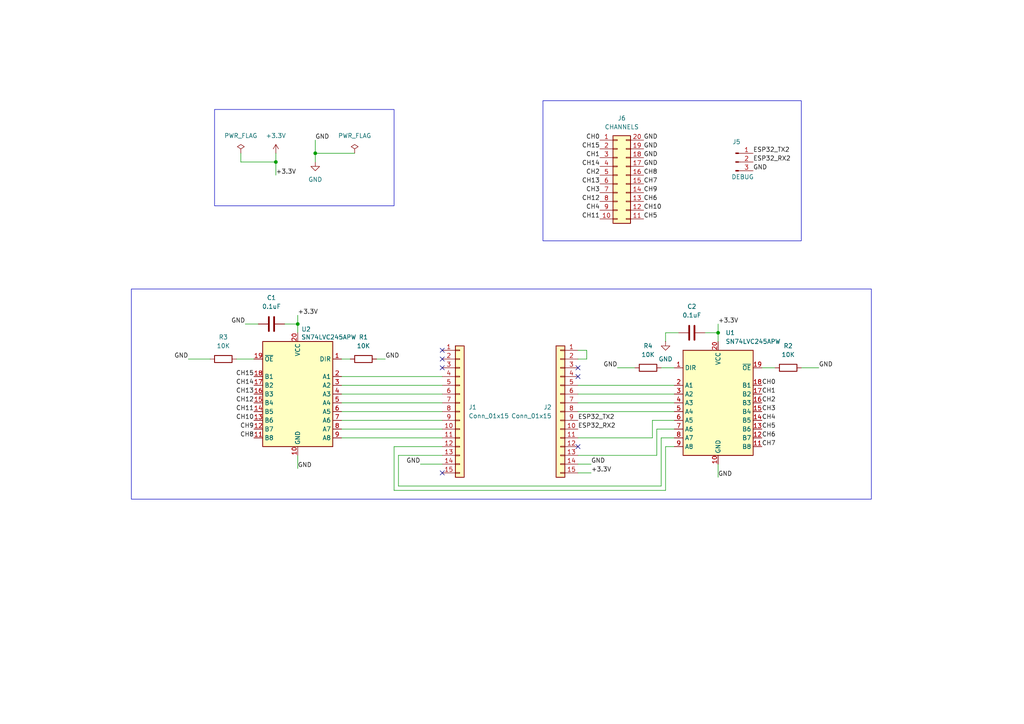
<source format=kicad_sch>
(kicad_sch (version 20250114) (generator "eeschema") (generator_version "9.0")
  (paper "A4")
  (title_block (title "ESP32 LogicAnalyzer") (date "2025-07-12") (rev "Rev1") (company "lmcapacho"))
  (lib_symbols
    (symbol "Connector:Conn_01x03_Pin" (pin_names (offset 1.016) (hide yes))
      (property "Reference" "J" (at 0 5.08 0))
      (property "Value" "Conn_01x03_Pin" (at 0 -5.08 0))
      (symbol "Conn_01x03_Pin_1_1"
        (rectangle (start 0.8636 2.667) (end 0 2.413) (stroke (width 0.1524)) (fill (type outline)))
        (rectangle (start 0.8636 0.127) (end 0 -0.127) (stroke (width 0.1524)) (fill (type outline)))
        (rectangle (start 0.8636 -2.413) (end 0 -2.667) (stroke (width 0.1524)) (fill (type outline)))
        (polyline (pts (xy 1.27 2.54) (xy 0.8636 2.54)) (stroke (width 0.1524)))
        (polyline (pts (xy 1.27 0) (xy 0.8636 0)) (stroke (width 0.1524)))
        (polyline (pts (xy 1.27 -2.54) (xy 0.8636 -2.54)) (stroke (width 0.1524)))
        (pin passive line (at 5.08 2.54 180) (length 3.81) (name "Pin_1") (number "1"))
        (pin passive line (at 5.08 0 180) (length 3.81) (name "Pin_2") (number "2"))
        (pin passive line (at 5.08 -2.54 180) (length 3.81) (name "Pin_3") (number "3"))
      )
    )
    (symbol "Connector_Generic:Conn_01x15" (pin_names (offset 1.016) (hide yes))
      (property "Reference" "J" (at 0 20.32 0))
      (property "Value" "Conn_01x15" (at 0 -20.32 0))
      (symbol "Conn_01x15_1_1"
        (rectangle (start -1.27 19.05) (end 1.27 -19.05) (stroke (width 0.254)) (fill (type background)))
        (rectangle (start -1.27 17.907) (end 0 17.653) (stroke (width 0.1524)))
        (rectangle (start -1.27 15.367) (end 0 15.113) (stroke (width 0.1524)))
        (rectangle (start -1.27 12.827) (end 0 12.573) (stroke (width 0.1524)))
        (rectangle (start -1.27 10.287) (end 0 10.033) (stroke (width 0.1524)))
        (rectangle (start -1.27 7.747) (end 0 7.493) (stroke (width 0.1524)))
        (rectangle (start -1.27 5.207) (end 0 4.953) (stroke (width 0.1524)))
        (rectangle (start -1.27 2.667) (end 0 2.413) (stroke (width 0.1524)))
        (rectangle (start -1.27 0.127) (end 0 -0.127) (stroke (width 0.1524)))
        (rectangle (start -1.27 -2.413) (end 0 -2.667) (stroke (width 0.1524)))
        (rectangle (start -1.27 -4.953) (end 0 -5.207) (stroke (width 0.1524)))
        (rectangle (start -1.27 -7.493) (end 0 -7.747) (stroke (width 0.1524)))
        (rectangle (start -1.27 -10.033) (end 0 -10.287) (stroke (width 0.1524)))
        (rectangle (start -1.27 -12.573) (end 0 -12.827) (stroke (width 0.1524)))
        (rectangle (start -1.27 -15.113) (end 0 -15.367) (stroke (width 0.1524)))
        (rectangle (start -1.27 -17.653) (end 0 -17.907) (stroke (width 0.1524)))
        (pin passive line (at -5.08 17.78 0) (length 3.81) (name "Pin_1") (number "1"))
        (pin passive line (at -5.08 15.24 0) (length 3.81) (name "Pin_2") (number "2"))
        (pin passive line (at -5.08 12.7 0) (length 3.81) (name "Pin_3") (number "3"))
        (pin passive line (at -5.08 10.16 0) (length 3.81) (name "Pin_4") (number "4"))
        (pin passive line (at -5.08 7.62 0) (length 3.81) (name "Pin_5") (number "5"))
        (pin passive line (at -5.08 5.08 0) (length 3.81) (name "Pin_6") (number "6"))
        (pin passive line (at -5.08 2.54 0) (length 3.81) (name "Pin_7") (number "7"))
        (pin passive line (at -5.08 0 0) (length 3.81) (name "Pin_8") (number "8"))
        (pin passive line (at -5.08 -2.54 0) (length 3.81) (name "Pin_9") (number "9"))
        (pin passive line (at -5.08 -5.08 0) (length 3.81) (name "Pin_10") (number "10"))
        (pin passive line (at -5.08 -7.62 0) (length 3.81) (name "Pin_11") (number "11"))
        (pin passive line (at -5.08 -10.16 0) (length 3.81) (name "Pin_12") (number "12"))
        (pin passive line (at -5.08 -12.7 0) (length 3.81) (name "Pin_13") (number "13"))
        (pin passive line (at -5.08 -15.24 0) (length 3.81) (name "Pin_14") (number "14"))
        (pin passive line (at -5.08 -17.78 0) (length 3.81) (name "Pin_15") (number "15"))
      )
    )
    (symbol "Connector_Generic:Conn_02x10_Counter_Clockwise" (pin_names (offset 1.016) (hide yes))
      (property "Reference" "J" (at 1.27 12.7 0))
      (property "Value" "Conn_02x10_Counter_Clockwise" (at 1.27 -15.24 0))
      (symbol "Conn_02x10_Counter_Clockwise_1_1"
        (rectangle (start -1.27 11.43) (end 3.81 -13.97) (stroke (width 0.254)) (fill (type background)))
        (rectangle (start -1.27 10.287) (end 0 10.033) (stroke (width 0.1524)))
        (rectangle (start -1.27 7.747) (end 0 7.493) (stroke (width 0.1524)))
        (rectangle (start -1.27 5.207) (end 0 4.953) (stroke (width 0.1524)))
        (rectangle (start -1.27 2.667) (end 0 2.413) (stroke (width 0.1524)))
        (rectangle (start -1.27 0.127) (end 0 -0.127) (stroke (width 0.1524)))
        (rectangle (start -1.27 -2.413) (end 0 -2.667) (stroke (width 0.1524)))
        (rectangle (start -1.27 -4.953) (end 0 -5.207) (stroke (width 0.1524)))
        (rectangle (start -1.27 -7.493) (end 0 -7.747) (stroke (width 0.1524)))
        (rectangle (start -1.27 -10.033) (end 0 -10.287) (stroke (width 0.1524)))
        (rectangle (start -1.27 -12.573) (end 0 -12.827) (stroke (width 0.1524)))
        (rectangle (start 3.81 10.287) (end 2.54 10.033) (stroke (width 0.1524)))
        (rectangle (start 3.81 7.747) (end 2.54 7.493) (stroke (width 0.1524)))
        (rectangle (start 3.81 5.207) (end 2.54 4.953) (stroke (width 0.1524)))
        (rectangle (start 3.81 2.667) (end 2.54 2.413) (stroke (width 0.1524)))
        (rectangle (start 3.81 0.127) (end 2.54 -0.127) (stroke (width 0.1524)))
        (rectangle (start 3.81 -2.413) (end 2.54 -2.667) (stroke (width 0.1524)))
        (rectangle (start 3.81 -4.953) (end 2.54 -5.207) (stroke (width 0.1524)))
        (rectangle (start 3.81 -7.493) (end 2.54 -7.747) (stroke (width 0.1524)))
        (rectangle (start 3.81 -10.033) (end 2.54 -10.287) (stroke (width 0.1524)))
        (rectangle (start 3.81 -12.573) (end 2.54 -12.827) (stroke (width 0.1524)))
        (pin passive line (at -5.08 10.16 0) (length 3.81) (name "Pin_1") (number "1"))
        (pin passive line (at -5.08 7.62 0) (length 3.81) (name "Pin_2") (number "2"))
        (pin passive line (at -5.08 5.08 0) (length 3.81) (name "Pin_3") (number "3"))
        (pin passive line (at -5.08 2.54 0) (length 3.81) (name "Pin_4") (number "4"))
        (pin passive line (at -5.08 0 0) (length 3.81) (name "Pin_5") (number "5"))
        (pin passive line (at -5.08 -2.54 0) (length 3.81) (name "Pin_6") (number "6"))
        (pin passive line (at -5.08 -5.08 0) (length 3.81) (name "Pin_7") (number "7"))
        (pin passive line (at -5.08 -7.62 0) (length 3.81) (name "Pin_8") (number "8"))
        (pin passive line (at -5.08 -10.16 0) (length 3.81) (name "Pin_9") (number "9"))
        (pin passive line (at -5.08 -12.7 0) (length 3.81) (name "Pin_10") (number "10"))
        (pin passive line (at 7.62 10.16 180) (length 3.81) (name "Pin_20") (number "20"))
        (pin passive line (at 7.62 7.62 180) (length 3.81) (name "Pin_19") (number "19"))
        (pin passive line (at 7.62 5.08 180) (length 3.81) (name "Pin_18") (number "18"))
        (pin passive line (at 7.62 2.54 180) (length 3.81) (name "Pin_17") (number "17"))
        (pin passive line (at 7.62 0 180) (length 3.81) (name "Pin_16") (number "16"))
        (pin passive line (at 7.62 -2.54 180) (length 3.81) (name "Pin_15") (number "15"))
        (pin passive line (at 7.62 -5.08 180) (length 3.81) (name "Pin_14") (number "14"))
        (pin passive line (at 7.62 -7.62 180) (length 3.81) (name "Pin_13") (number "13"))
        (pin passive line (at 7.62 -10.16 180) (length 3.81) (name "Pin_12") (number "12"))
        (pin passive line (at 7.62 -12.7 180) (length 3.81) (name "Pin_11") (number "11"))
      )
    )
    (symbol "Device:C" (pin_numbers (hide yes)) (pin_names (offset 0.254))
      (property "Reference" "C" (at 0.635 2.54 0))
      (property "Value" "C" (at 0.635 -2.54 0))
      (symbol "C_0_1"
        (polyline (pts (xy -2.032 0.762) (xy 2.032 0.762)) (stroke (width 0.508)))
        (polyline (pts (xy -2.032 -0.762) (xy 2.032 -0.762)) (stroke (width 0.508)))
      )
      (symbol "C_1_1"
        (pin passive line (at 0 3.81 270) (length 2.794) (name "~") (number "1"))
        (pin passive line (at 0 -3.81 90) (length 2.794) (name "~") (number "2"))
      )
    )
    (symbol "Device:R" (pin_numbers (hide yes)) (pin_names (offset 0))
      (property "Reference" "R" (at 2.032 0 90))
      (property "Value" "R" (at 0 0 90))
      (symbol "R_0_1"
        (rectangle (start -1.016 -2.54) (end 1.016 2.54) (stroke (width 0.254)))
      )
      (symbol "R_1_1"
        (pin passive line (at 0 3.81 270) (length 1.27) (name "~") (number "1"))
        (pin passive line (at 0 -3.81 90) (length 1.27) (name "~") (number "2"))
      )
    )
    (symbol "Logic_LevelTranslator:SN74LVC245APW"
      (property "Reference" "U" (at -10.16 17.78 0))
      (property "Value" "SN74LVC245APW" (at 10.16 17.78 0))
      (symbol "SN74LVC245APW_0_1"
        (rectangle (start -10.16 15.24) (end 10.16 -15.24) (stroke (width 0.254)) (fill (type background)))
      )
      (symbol "SN74LVC245APW_1_1"
        (pin input line (at -12.7 10.16 0) (length 2.54) (name "DIR") (number "1"))
        (pin bidirectional line (at -12.7 5.08 0) (length 2.54) (name "A1") (number "2"))
        (pin bidirectional line (at -12.7 2.54 0) (length 2.54) (name "A2") (number "3"))
        (pin bidirectional line (at -12.7 0 0) (length 2.54) (name "A3") (number "4"))
        (pin bidirectional line (at -12.7 -2.54 0) (length 2.54) (name "A4") (number "5"))
        (pin bidirectional line (at -12.7 -5.08 0) (length 2.54) (name "A5") (number "6"))
        (pin bidirectional line (at -12.7 -7.62 0) (length 2.54) (name "A6") (number "7"))
        (pin bidirectional line (at -12.7 -10.16 0) (length 2.54) (name "A7") (number "8"))
        (pin bidirectional line (at -12.7 -12.7 0) (length 2.54) (name "A8") (number "9"))
        (pin power_in line (at 0 17.78 270) (length 2.54) (name "VCC") (number "20"))
        (pin power_in line (at 0 -17.78 90) (length 2.54) (name "GND") (number "10"))
        (pin input line (at 12.7 10.16 180) (length 2.54) (name "~{OE}") (number "19"))
        (pin bidirectional line (at 12.7 5.08 180) (length 2.54) (name "B1") (number "18"))
        (pin bidirectional line (at 12.7 2.54 180) (length 2.54) (name "B2") (number "17"))
        (pin bidirectional line (at 12.7 0 180) (length 2.54) (name "B3") (number "16"))
        (pin bidirectional line (at 12.7 -2.54 180) (length 2.54) (name "B4") (number "15"))
        (pin bidirectional line (at 12.7 -5.08 180) (length 2.54) (name "B5") (number "14"))
        (pin bidirectional line (at 12.7 -7.62 180) (length 2.54) (name "B6") (number "13"))
        (pin bidirectional line (at 12.7 -10.16 180) (length 2.54) (name "B7") (number "12"))
        (pin bidirectional line (at 12.7 -12.7 180) (length 2.54) (name "B8") (number "11"))
      )
    )
    (symbol "power:+3.3V" (power) (pin_numbers (hide yes)) (pin_names (offset 0) (hide yes))
      (property "Value" "+3.3V" (at 0 3.556 0))
      (symbol "+3.3V_0_1"
        (polyline (pts (xy -0.762 1.27) (xy 0 2.54)))
        (polyline (pts (xy 0 2.54) (xy 0.762 1.27)))
        (polyline (pts (xy 0 0) (xy 0 2.54)))
      )
      (symbol "+3.3V_1_1"
        (pin power_in line (at 0 0 90) (length 0) (name "~") (number "1"))
      )
    )
    (symbol "power:GND" (power) (pin_numbers (hide yes)) (pin_names (offset 0) (hide yes))
      (property "Value" "GND" (at 0 -3.81 0))
      (symbol "GND_0_1"
        (polyline (pts (xy 0 0) (xy 0 -1.27) (xy 1.27 -1.27) (xy 0 -2.54) (xy -1.27 -1.27) (xy 0 -1.27)))
      )
      (symbol "GND_1_1"
        (pin power_in line (at 0 0 270) (length 0) (name "~") (number "1"))
      )
    )
    (symbol "power:PWR_FLAG" (power) (pin_numbers (hide yes)) (pin_names (offset 0) (hide yes))
      (property "Value" "PWR_FLAG" (at 0 3.81 0))
      (symbol "PWR_FLAG_0_0"
        (pin power_out line (at 0 0 90) (length 0) (name "~") (number "1"))
      )
      (symbol "PWR_FLAG_0_1"
        (polyline (pts (xy 0 0) (xy 0 1.27) (xy -1.016 1.905) (xy 0 2.54) (xy 1.016 1.905) (xy 0 1.27)))
      )
    )
  )
  (rectangle (start 62.23 31.75) (end 114.3 59.69))
  (rectangle (start 38.1 83.82) (end 252.73 144.78))
  (rectangle (start 157.48 29.21) (end 232.41 69.85))
  (junction (at 91.44 44.45))
  (junction (at 86.36 93.98))
  (junction (at 80.01 46.99))
  (junction (at 208.28 96.52))
  (no_connect (at 128.27 104.14))
  (no_connect (at 128.27 137.16))
  (no_connect (at 128.27 101.6))
  (no_connect (at 167.64 106.68))
  (no_connect (at 167.64 109.22))
  (no_connect (at 167.64 129.54))
  (no_connect (at 128.27 106.68))
  (wire (pts (xy 82.55 93.98) (xy 86.36 93.98)))
  (wire (pts (xy 91.44 44.45) (xy 102.87 44.45)))
  (wire (pts (xy 128.27 132.08) (xy 115.57 132.08)))
  (wire (pts (xy 115.57 132.08) (xy 115.57 140.97)))
  (wire (pts (xy 69.85 44.45) (xy 69.85 46.99)))
  (wire (pts (xy 179.07 106.68) (xy 184.15 106.68)))
  (wire (pts (xy 191.77 127) (xy 195.58 127)))
  (wire (pts (xy 193.04 129.54) (xy 195.58 129.54)))
  (wire (pts (xy 115.57 140.97) (xy 191.77 140.97)))
  (wire (pts (xy 191.77 106.68) (xy 195.58 106.68)))
  (wire (pts (xy 190.5 124.46) (xy 195.58 124.46)))
  (wire (pts (xy 167.64 137.16) (xy 171.45 137.16)))
  (wire (pts (xy 114.3 142.24) (xy 193.04 142.24)))
  (wire (pts (xy 193.04 96.52) (xy 193.04 99.06)))
  (wire (pts (xy 99.06 104.14) (xy 101.6 104.14)))
  (wire (pts (xy 167.64 127) (xy 189.23 127)))
  (wire (pts (xy 167.64 119.38) (xy 195.58 119.38)))
  (wire (pts (xy 99.06 111.76) (xy 128.27 111.76)))
  (wire (pts (xy 190.5 132.08) (xy 190.5 124.46)))
  (wire (pts (xy 170.18 101.6) (xy 170.18 104.14)))
  (wire (pts (xy 80.01 50.8) (xy 80.01 46.99)))
  (wire (pts (xy 99.06 124.46) (xy 128.27 124.46)))
  (wire (pts (xy 193.04 96.52) (xy 196.85 96.52)))
  (wire (pts (xy 109.22 104.14) (xy 111.76 104.14)))
  (wire (pts (xy 170.18 104.14) (xy 167.64 104.14)))
  (wire (pts (xy 71.12 93.98) (xy 74.93 93.98)))
  (wire (pts (xy 220.98 106.68) (xy 224.79 106.68)))
  (wire (pts (xy 232.41 106.68) (xy 237.49 106.68)))
  (wire (pts (xy 167.64 132.08) (xy 190.5 132.08)))
  (wire (pts (xy 167.64 101.6) (xy 170.18 101.6)))
  (wire (pts (xy 54.61 104.14) (xy 60.96 104.14)))
  (wire (pts (xy 99.06 116.84) (xy 128.27 116.84)))
  (wire (pts (xy 167.64 111.76) (xy 195.58 111.76)))
  (wire (pts (xy 189.23 127) (xy 189.23 121.92)))
  (wire (pts (xy 208.28 138.43) (xy 208.28 134.62)))
  (wire (pts (xy 128.27 129.54) (xy 114.3 129.54)))
  (wire (pts (xy 86.36 93.98) (xy 86.36 96.52)))
  (wire (pts (xy 99.06 127) (xy 128.27 127)))
  (wire (pts (xy 208.28 93.98) (xy 208.28 96.52)))
  (wire (pts (xy 99.06 114.3) (xy 128.27 114.3)))
  (wire (pts (xy 167.64 116.84) (xy 195.58 116.84)))
  (wire (pts (xy 69.85 46.99) (xy 80.01 46.99)))
  (wire (pts (xy 208.28 96.52) (xy 208.28 99.06)))
  (wire (pts (xy 86.36 135.89) (xy 86.36 132.08)))
  (wire (pts (xy 189.23 121.92) (xy 195.58 121.92)))
  (wire (pts (xy 99.06 109.22) (xy 128.27 109.22)))
  (wire (pts (xy 193.04 142.24) (xy 193.04 129.54)))
  (wire (pts (xy 204.47 96.52) (xy 208.28 96.52)))
  (wire (pts (xy 91.44 40.64) (xy 91.44 44.45)))
  (wire (pts (xy 86.36 91.44) (xy 86.36 93.98)))
  (wire (pts (xy 171.45 134.62) (xy 167.64 134.62)))
  (wire (pts (xy 68.58 104.14) (xy 73.66 104.14)))
  (wire (pts (xy 114.3 129.54) (xy 114.3 142.24)))
  (wire (pts (xy 99.06 121.92) (xy 128.27 121.92)))
  (wire (pts (xy 191.77 140.97) (xy 191.77 127)))
  (wire (pts (xy 167.64 114.3) (xy 195.58 114.3)))
  (wire (pts (xy 80.01 46.99) (xy 80.01 44.45)))
  (wire (pts (xy 91.44 44.45) (xy 91.44 46.99)))
  (wire (pts (xy 121.92 134.62) (xy 128.27 134.62)))
  (wire (pts (xy 99.06 119.38) (xy 128.27 119.38)))
  (label "CH9" (at 73.66 124.46 180))
  (label "CH10" (at 73.66 121.92 180))
  (label "GND" (at 71.12 93.98 180))
  (label "CH11" (at 73.66 119.38 180))
  (label "CH12" (at 173.99 58.42 180))
  (label "CH1" (at 173.99 45.72 180))
  (label "CH7" (at 186.69 53.34 0))
  (label "CH6" (at 220.98 127 0))
  (label "ESP32_RX2" (at 218.44 46.99 0))
  (label "CH5" (at 186.69 63.5 0))
  (label "+3.3V" (at 208.28 93.98 0))
  (label "CH8" (at 186.69 50.8 0))
  (label "CH0" (at 220.98 111.76 0))
  (label "GND" (at 237.49 106.68 0))
  (label "GND" (at 186.69 43.18 0))
  (label "+3.3V" (at 86.36 91.44 0))
  (label "CH8" (at 73.66 127 180))
  (label "GND" (at 186.69 48.26 0))
  (label "CH13" (at 173.99 53.34 180))
  (label "CH0" (at 173.99 40.64 180))
  (label "CH7" (at 220.98 129.54 0))
  (label "CH4" (at 173.99 60.96 180))
  (label "GND" (at 208.28 138.43 0))
  (label "GND" (at 179.07 106.68 180))
  (label "ESP32_TX2" (at 218.44 44.45 0))
  (label "GND" (at 54.61 104.14 180))
  (label "+3.3V" (at 80.01 50.8 0))
  (label "CH12" (at 73.66 116.84 180))
  (label "GND" (at 186.69 40.64 0))
  (label "CH2" (at 173.99 50.8 180))
  (label "CH11" (at 173.99 63.5 180))
  (label "GND" (at 91.44 40.64 0))
  (label "CH3" (at 220.98 119.38 0))
  (label "GND" (at 186.69 45.72 0))
  (label "CH10" (at 186.69 60.96 0))
  (label "CH9" (at 186.69 55.88 0))
  (label "CH1" (at 220.98 114.3 0))
  (label "ESP32_RX2" (at 167.64 124.46 0))
  (label "ESP32_TX2" (at 167.64 121.92 0))
  (label "CH13" (at 73.66 114.3 180))
  (label "CH15" (at 173.99 43.18 180))
  (label "GND" (at 218.44 49.53 0))
  (label "GND" (at 111.76 104.14 0))
  (label "CH3" (at 173.99 55.88 180))
  (label "CH14" (at 173.99 48.26 180))
  (label "GND" (at 121.92 134.62 180))
  (label "CH5" (at 220.98 124.46 0))
  (label "+3.3V" (at 171.45 137.16 0))
  (label "GND" (at 171.45 134.62 0))
  (label "CH2" (at 220.98 116.84 0))
  (label "CH15" (at 73.66 109.22 180))
  (label "CH6" (at 186.69 58.42 0))
  (label "GND" (at 86.36 135.89 0))
  (label "CH14" (at 73.66 111.76 180))
  (label "CH4" (at 220.98 121.92 0))
  (symbol (lib_id "Logic_LevelTranslator:SN74LVC245APW") (at 86.36 114.3 0) (mirror y) (unit 1)
    (property "Reference" "U2" (at 90.17 95.504 0) (effects (justify left)))
    (property "Value" "SN74LVC245APW" (at 103.378 97.79 0) (effects (justify left)))
    (property "Footprint" "Package_SO:TSSOP-20_4.4x6.5mm_P0.65mm" (effects (hide yes)))
    (property "Datasheet" "https://www.ti.com/lit/ds/scas218x/scas218x.pdf" (effects (hide yes)))
    (property "Description" "8-Bit Single-Supply Bus Transceiver With 5V tolerant input voltage and 3-State Outputs 24mA, TSSOP-20" (effects (hide yes)))
  )
  (symbol (lib_id "Connector_Generic:Conn_01x15") (at 133.35 119.38 0) (unit 1)
    (property "Reference" "J1" (at 135.89 118.1099 0) (effects (justify left)))
    (property "Value" "Conn_01x15" (at 135.89 120.6499 0) (effects (justify left)))
    (property "Footprint" "Connector_PinSocket_2.54mm:PinSocket_1x15_P2.54mm_Vertical" (effects (hide yes)))
    (property "Description" "Generic connector, single row, 01x15, script generated (kicad-library-utils/schlib/autogen/connector/)" (effects (hide yes)))
  )
  (symbol (lib_id "Device:C") (at 78.74 93.98 90) (unit 1)
    (property "Reference" "C1" (at 78.74 86.36 90))
    (property "Value" "0.1uF" (at 78.74 88.9 90))
    (property "Footprint" "Capacitor_SMD:C_0805_2012Metric" (effects (hide yes)))
    (property "Description" "Unpolarized capacitor" (effects (hide yes)))
  )
  (symbol (lib_id "power:+3.3V") (at 80.01 44.45 0) (unit 1)
    (property "Reference" "#PWR02" (effects (hide yes)))
    (property "Value" "+3.3V" (at 80.01 39.37 0))
    (property "Description" "Power symbol creates a global label with name \"+3.3V\"" (effects (hide yes)))
  )
  (symbol (lib_id "Device:R") (at 228.6 106.68 90) (unit 1)
    (property "Reference" "R2" (at 228.6 100.33 90))
    (property "Value" "10K" (at 228.6 102.87 90))
    (property "Footprint" "Resistor_SMD:R_0805_2012Metric" (effects (hide yes)))
    (property "Description" "Resistor" (effects (hide yes)))
  )
  (symbol (lib_id "Device:C") (at 200.66 96.52 90) (unit 1)
    (property "Reference" "C2" (at 200.66 88.9 90))
    (property "Value" "0.1uF" (at 200.66 91.44 90))
    (property "Footprint" "Capacitor_SMD:C_0805_2012Metric" (effects (hide yes)))
    (property "Description" "Unpolarized capacitor" (effects (hide yes)))
  )
  (symbol (lib_id "power:GND") (at 91.44 46.99 0) (unit 1)
    (property "Reference" "#PWR01" (effects (hide yes)))
    (property "Value" "GND" (at 91.44 52.07 0))
    (property "Description" "Power symbol creates a global label with name \"GND\" , ground" (effects (hide yes)))
  )
  (symbol (lib_id "Device:R") (at 64.77 104.14 90) (unit 1)
    (property "Reference" "R3" (at 64.77 97.79 90))
    (property "Value" "10K" (at 64.77 100.33 90))
    (property "Footprint" "Resistor_SMD:R_0805_2012Metric" (effects (hide yes)))
    (property "Description" "Resistor" (effects (hide yes)))
  )
  (symbol (lib_id "Connector_Generic:Conn_02x10_Counter_Clockwise") (at 179.07 50.8 0) (unit 1)
    (property "Reference" "J6" (at 180.34 34.29 0))
    (property "Value" "CHANNELS" (at 180.34 36.83 0))
    (property "Footprint" "Connector_PinHeader_2.54mm:PinHeader_2x10_P2.54mm_Vertical" (effects (hide yes)))
    (property "Description" "Generic connector, double row, 02x10, counter clockwise pin numbering scheme (similar to DIP package numbering), script generated (kicad-library-utils/schlib/autogen/connector/)" (effects (hide yes)))
  )
  (symbol (lib_id "power:PWR_FLAG") (at 69.85 44.45 0) (unit 1)
    (property "Reference" "#FLG01" (effects (hide yes)))
    (property "Value" "PWR_FLAG" (at 69.85 39.37 0))
    (property "Description" "Special symbol for telling ERC where power comes from" (effects (hide yes)))
  )
  (symbol (lib_id "Device:R") (at 105.41 104.14 90) (unit 1)
    (property "Reference" "R1" (at 105.41 97.79 90))
    (property "Value" "10K" (at 105.41 100.33 90))
    (property "Footprint" "Resistor_SMD:R_0805_2012Metric" (effects (hide yes)))
    (property "Description" "Resistor" (effects (hide yes)))
  )
  (symbol (lib_id "Connector_Generic:Conn_01x15") (at 162.56 119.38 0) (mirror y) (unit 1)
    (property "Reference" "J2" (at 160.02 118.1099 0) (effects (justify left)))
    (property "Value" "Conn_01x15" (at 160.02 120.6499 0) (effects (justify left)))
    (property "Footprint" "Connector_PinSocket_2.54mm:PinSocket_1x15_P2.54mm_Vertical" (effects (hide yes)))
    (property "Description" "Generic connector, single row, 01x15, script generated (kicad-library-utils/schlib/autogen/connector/)" (effects (hide yes)))
  )
  (symbol (lib_id "power:PWR_FLAG") (at 102.87 44.45 0) (unit 1)
    (property "Reference" "#FLG02" (effects (hide yes)))
    (property "Value" "PWR_FLAG" (at 102.87 39.37 0))
    (property "Description" "Special symbol for telling ERC where power comes from" (effects (hide yes)))
  )
  (symbol (lib_id "Connector:Conn_01x03_Pin") (at 213.36 46.99 0) (unit 1)
    (property "Reference" "J5" (at 213.614 41.148 0))
    (property "Value" "DEBUG" (at 215.392 51.308 0))
    (property "Footprint" "Connector_PinHeader_2.54mm:PinHeader_1x03_P2.54mm_Vertical" (effects (hide yes)))
    (property "Description" "Generic connector, single row, 01x03, script generated" (effects (hide yes)))
  )
  (symbol (lib_id "power:GND") (at 193.04 99.06 0) (unit 1)
    (property "Reference" "#PWR04" (effects (hide yes)))
    (property "Value" "GND" (at 193.04 104.14 0))
    (property "Description" "Power symbol creates a global label with name \"GND\" , ground" (effects (hide yes)))
  )
  (symbol (lib_id "Logic_LevelTranslator:SN74LVC245APW") (at 208.28 116.84 0) (unit 1)
    (property "Reference" "U1" (at 210.4233 96.52 0) (effects (justify left)))
    (property "Value" "SN74LVC245APW" (at 210.4233 99.06 0) (effects (justify left)))
    (property "Footprint" "Package_SO:TSSOP-20_4.4x6.5mm_P0.65mm" (effects (hide yes)))
    (property "Datasheet" "https://www.ti.com/lit/ds/scas218x/scas218x.pdf" (effects (hide yes)))
    (property "Description" "8-Bit Single-Supply Bus Transceiver With 5V tolerant input voltage and 3-State Outputs 24mA, TSSOP-20" (effects (hide yes)))
  )
  (symbol (lib_id "Device:R") (at 187.96 106.68 90) (unit 1)
    (property "Reference" "R4" (at 187.96 100.33 90))
    (property "Value" "10K" (at 187.96 102.87 90))
    (property "Footprint" "Resistor_SMD:R_0805_2012Metric" (effects (hide yes)))
    (property "Description" "Resistor" (effects (hide yes)))
  )
)
</source>
